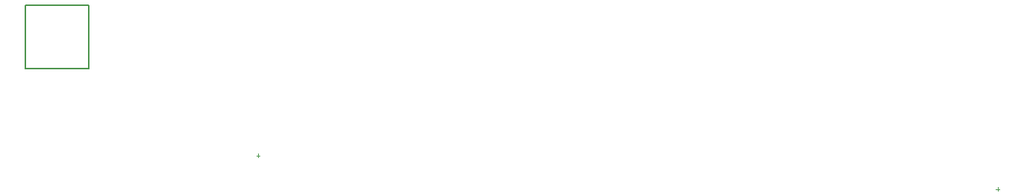
<source format=gm1>
%FSAX24Y24*%
%MOIN*%
G70*
G01*
G75*
G04 Layer_Color=16711935*
%ADD10R,0.0354X0.0315*%
%ADD11R,0.0315X0.0354*%
%ADD12R,0.0906X0.0906*%
%ADD13R,0.0472X0.0551*%
%ADD14O,0.0709X0.0118*%
%ADD15O,0.0118X0.0709*%
%ADD16R,0.0200X0.0591*%
%ADD17R,0.0551X0.0472*%
%ADD18R,0.0866X0.0866*%
%ADD19O,0.0236X0.0866*%
G04:AMPARAMS|DCode=20|XSize=74.8mil|YSize=126mil|CornerRadius=0mil|HoleSize=0mil|Usage=FLASHONLY|Rotation=180.000|XOffset=0mil|YOffset=0mil|HoleType=Round|Shape=Octagon|*
%AMOCTAGOND20*
4,1,8,0.0187,-0.0630,-0.0187,-0.0630,-0.0374,-0.0443,-0.0374,0.0443,-0.0187,0.0630,0.0187,0.0630,0.0374,0.0443,0.0374,-0.0443,0.0187,-0.0630,0.0*
%
%ADD20OCTAGOND20*%

%ADD21R,0.0236X0.0551*%
%ADD22R,0.0236X0.0709*%
%ADD23R,0.0400X0.1000*%
%ADD24R,0.1200X0.1450*%
%ADD25R,0.1000X0.0400*%
%ADD26R,0.0945X0.1220*%
%ADD27R,0.0866X0.0177*%
%ADD28R,0.0800X0.0250*%
%ADD29R,0.0472X0.0118*%
%ADD30R,0.0118X0.0472*%
%ADD31C,0.0100*%
%ADD32C,0.0200*%
%ADD33C,0.0150*%
%ADD34C,0.0250*%
%ADD35R,1.1300X0.1400*%
%ADD36R,0.1300X0.2500*%
%ADD37R,1.2150X0.1400*%
%ADD38R,0.2150X0.2800*%
%ADD39R,0.8800X0.1550*%
%ADD40R,0.1350X0.2500*%
%ADD41R,0.2750X0.0500*%
%ADD42R,0.3850X0.0850*%
%ADD43R,0.2650X0.1350*%
%ADD44R,0.0750X0.1300*%
%ADD45C,0.0300*%
%ADD46C,0.1181*%
%ADD47C,0.0400*%
%ADD48C,0.0600*%
%ADD49C,0.0591*%
%ADD50R,0.0591X0.0591*%
%ADD51C,0.0700*%
%ADD52C,0.0630*%
%ADD53C,0.1500*%
%ADD54R,0.0591X0.0591*%
%ADD55C,0.0800*%
%ADD56C,0.0500*%
%ADD57C,0.1400*%
%ADD58R,0.0600X0.0600*%
%ADD59C,0.1874*%
%ADD60R,0.0665X0.0665*%
%ADD61C,0.0665*%
%ADD62C,0.1575*%
%ADD63R,0.0394X0.0512*%
%ADD64R,0.0394X0.0709*%
%ADD65R,0.1100X0.1000*%
%ADD66O,0.0827X0.0177*%
%ADD67R,0.3750X0.0850*%
%ADD68C,0.0098*%
%ADD69C,0.0236*%
%ADD70C,0.0039*%
%ADD71C,0.0050*%
%ADD72C,0.0079*%
%ADD73C,0.0059*%
%ADD74R,0.0434X0.0395*%
%ADD75R,0.0395X0.0434*%
%ADD76R,0.0986X0.0986*%
%ADD77R,0.0552X0.0631*%
%ADD78O,0.0789X0.0198*%
%ADD79O,0.0198X0.0789*%
%ADD80R,0.0280X0.0671*%
%ADD81R,0.0631X0.0552*%
%ADD82O,0.0316X0.0946*%
G04:AMPARAMS|DCode=83|XSize=82.8mil|YSize=134mil|CornerRadius=0mil|HoleSize=0mil|Usage=FLASHONLY|Rotation=180.000|XOffset=0mil|YOffset=0mil|HoleType=Round|Shape=Octagon|*
%AMOCTAGOND83*
4,1,8,0.0207,-0.0670,-0.0207,-0.0670,-0.0414,-0.0463,-0.0414,0.0463,-0.0207,0.0670,0.0207,0.0670,0.0414,0.0463,0.0414,-0.0463,0.0207,-0.0670,0.0*
%
%ADD83OCTAGOND83*%

%ADD84R,0.0316X0.0631*%
%ADD85R,0.0316X0.0789*%
%ADD86R,0.0480X0.1080*%
%ADD87R,0.1280X0.1530*%
%ADD88R,0.1080X0.0480*%
%ADD89R,0.1025X0.1300*%
%ADD90R,0.0946X0.0257*%
%ADD91R,0.0880X0.0330*%
%ADD92R,0.0552X0.0198*%
%ADD93R,0.0198X0.0552*%
%ADD94C,0.0380*%
%ADD95C,0.1261*%
%ADD96C,0.0480*%
%ADD97C,0.0680*%
%ADD98C,0.0671*%
%ADD99R,0.0671X0.0671*%
%ADD100C,0.0780*%
%ADD101C,0.0710*%
%ADD102C,0.1580*%
%ADD103R,0.0671X0.0671*%
%ADD104C,0.0080*%
%ADD105C,0.0880*%
%ADD106C,0.0580*%
%ADD107C,0.1480*%
%ADD108R,0.0680X0.0680*%
%ADD109C,0.1954*%
%ADD110R,0.0745X0.0745*%
%ADD111C,0.0745*%
%ADD112C,0.1655*%
%ADD113R,0.0474X0.0592*%
%ADD114R,0.0474X0.0789*%
%ADD115R,0.1180X0.1080*%
%ADD116O,0.0907X0.0257*%
D70*
X028250Y023671D02*
Y023829D01*
X028171Y023750D02*
X028329D01*
X061300Y022171D02*
Y022329D01*
X061221Y022250D02*
X061379D01*
D73*
X017833Y030467D02*
X020667D01*
X017833Y027633D02*
X020667D01*
Y030467D01*
X017833Y027633D02*
Y030467D01*
M02*

</source>
